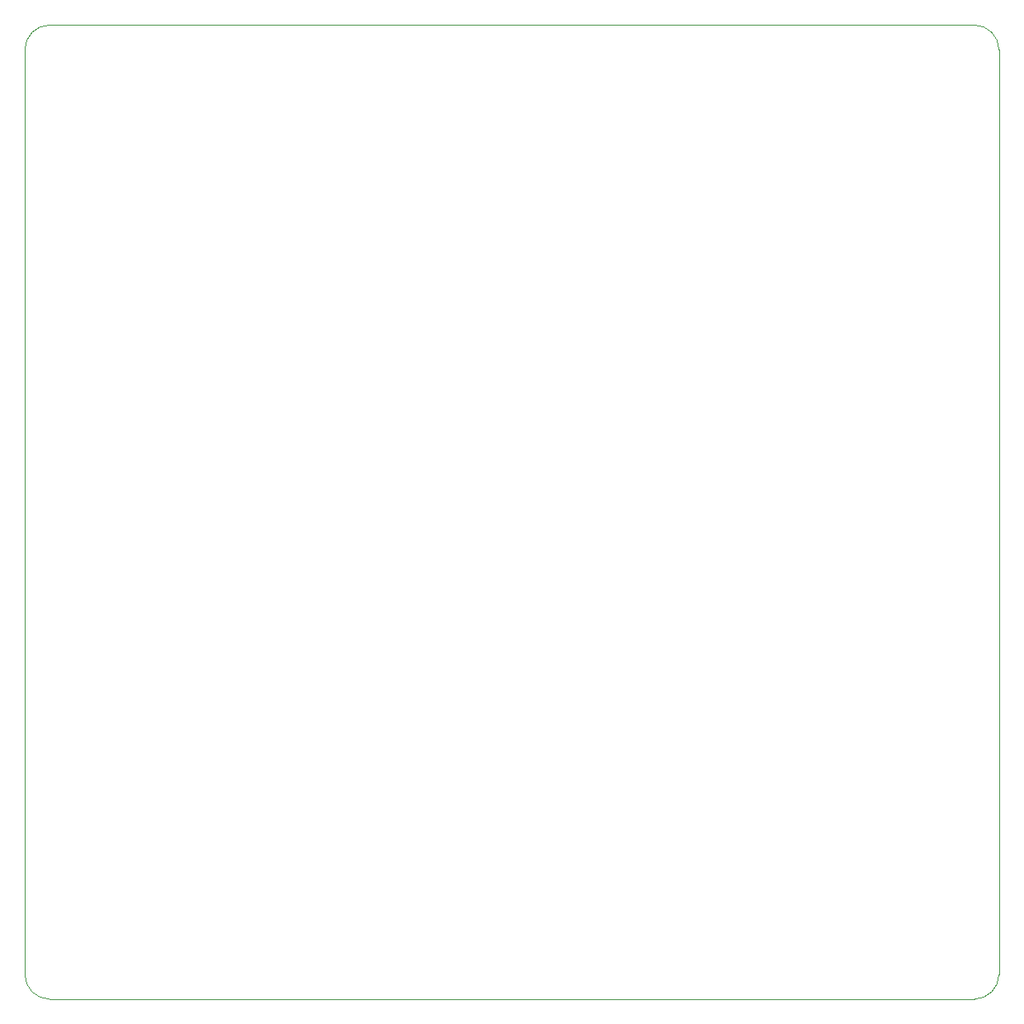
<source format=gbr>
%TF.GenerationSoftware,KiCad,Pcbnew,7.0.8*%
%TF.CreationDate,2023-10-23T18:15:10-04:00*%
%TF.ProjectId,jml-8-mini,6a6d6c2d-382d-46d6-996e-692e6b696361,B*%
%TF.SameCoordinates,Original*%
%TF.FileFunction,Profile,NP*%
%FSLAX46Y46*%
G04 Gerber Fmt 4.6, Leading zero omitted, Abs format (unit mm)*
G04 Created by KiCad (PCBNEW 7.0.8) date 2023-10-23 18:15:10*
%MOMM*%
%LPD*%
G01*
G04 APERTURE LIST*
%TA.AperFunction,Profile*%
%ADD10C,0.100000*%
%TD*%
G04 APERTURE END LIST*
D10*
X95250000Y-43561000D02*
X95250000Y-138430000D01*
X97790000Y-41021000D02*
G75*
G03*
X95250000Y-43561000I0J-2540000D01*
G01*
X97790000Y-140970000D02*
X192659000Y-140970000D01*
X95250000Y-138430000D02*
G75*
G03*
X97790000Y-140970000I2540000J0D01*
G01*
X192659000Y-140970000D02*
G75*
G03*
X195199000Y-138430000I0J2540000D01*
G01*
X195199000Y-43561000D02*
X195199000Y-138430000D01*
X97790000Y-41021000D02*
X192659000Y-41021000D01*
X195199000Y-43561000D02*
G75*
G03*
X192659000Y-41021000I-2540000J0D01*
G01*
M02*

</source>
